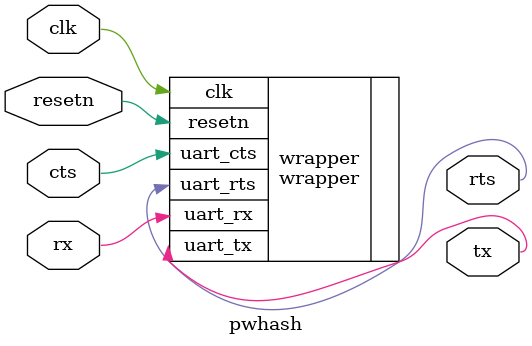
<source format=v>
/* verilator lint_off PINMISSING */

module pwhash #(
    parameter FIRMWARE_FILE = "fw/pwhash.mem",
    parameter ROM_ADDR_BITS = 12, // 4K ROM
    parameter RAM_ADDR_BITS = 12, // 4K RAM
    parameter FRAM_ADDR_BITS = 12 // 4k FRAM
) (
    input clk,
    input resetn,
    input rx,
    input cts,
    output tx,
    output rts
);

wrapper #(
    .FIRMWARE_FILE (FIRMWARE_FILE),
    .ROM_ADDR_BITS (ROM_ADDR_BITS),
    .RAM_ADDR_BITS (RAM_ADDR_BITS),
    .FRAM_ADDR_BITS (FRAM_ADDR_BITS)
) wrapper (
    .clk (clk),
    .resetn (resetn),
    .uart_tx (tx),
    .uart_rx (rx),
    .uart_cts (cts),
    .uart_rts (rts)
);

endmodule

</source>
